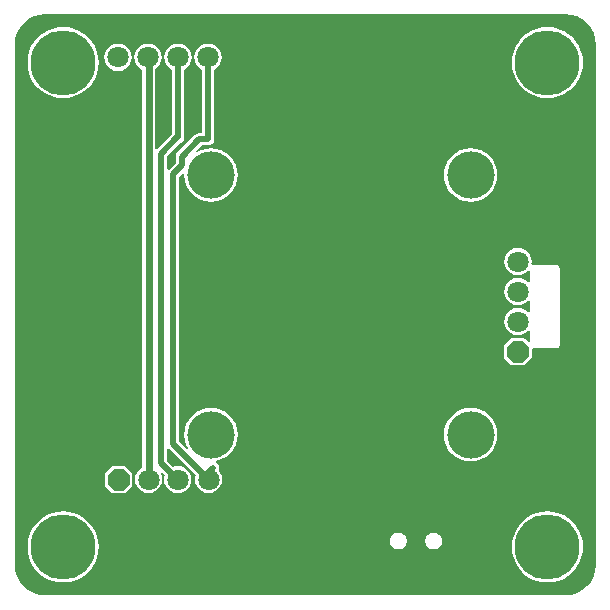
<source format=gbl>
G04 Layer_Physical_Order=2*
G04 Layer_Color=16711680*
%FSLAX44Y44*%
%MOMM*%
G71*
G01*
G75*
%ADD14C,0.5000*%
%ADD15C,0.6000*%
%ADD16C,1.8000*%
%ADD17P,1.9483X8X112.5*%
%ADD18P,1.9483X8X22.5*%
%ADD19C,5.5000*%
%ADD20C,4.0000*%
G36*
X475109Y495686D02*
X480022Y494196D01*
X484550Y491776D01*
X488518Y488519D01*
X491776Y484550D01*
X494196Y480022D01*
X495686Y475109D01*
X496165Y470248D01*
X496115Y470000D01*
X496115Y30000D01*
X496165Y29752D01*
X495686Y24891D01*
X494196Y19978D01*
X491776Y15450D01*
X488518Y11482D01*
X484550Y8225D01*
X480022Y5804D01*
X475109Y4314D01*
X471250Y3934D01*
X470000Y3885D01*
X470000Y3885D01*
X468730Y3885D01*
X31269Y3885D01*
X30000Y3885D01*
X28750Y3934D01*
X24891Y4314D01*
X19978Y5804D01*
X15450Y8225D01*
X11481Y11482D01*
X8225Y15450D01*
X5804Y19978D01*
X4314Y24891D01*
X3934Y28751D01*
X3885Y30000D01*
X3885Y30000D01*
X3885Y31252D01*
X3885Y470000D01*
X3835Y470248D01*
X4314Y475109D01*
X5804Y480022D01*
X8225Y484550D01*
X11481Y488519D01*
X15450Y491776D01*
X19978Y494196D01*
X24891Y495686D01*
X29752Y496165D01*
X30000Y496115D01*
X470000Y496115D01*
X470248Y496165D01*
X475109Y495686D01*
D02*
G37*
%LPC*%
G36*
X358605Y57178D02*
X358355Y57128D01*
X358100D01*
X356344Y56779D01*
X355411Y56392D01*
X353922Y55398D01*
X353922Y55398D01*
X353208Y54683D01*
X353208Y54683D01*
X352213Y53195D01*
X351826Y52261D01*
X351477Y50505D01*
Y49495D01*
X351826Y47739D01*
X352213Y46805D01*
X353208Y45317D01*
X353208Y45317D01*
X353922Y44602D01*
X353922Y44602D01*
X355411Y43608D01*
X356344Y43221D01*
X358100Y42872D01*
X358355D01*
X358605Y42822D01*
X358855Y42872D01*
X359110D01*
X360866Y43221D01*
X361800Y43608D01*
X363288Y44602D01*
X363288Y44602D01*
X364003Y45317D01*
X364003Y45317D01*
X364997Y46805D01*
X365384Y47739D01*
X365733Y49495D01*
Y50505D01*
X365384Y52261D01*
X364997Y53195D01*
X364003Y54683D01*
X364003Y54683D01*
X363288Y55398D01*
X363288Y55398D01*
X361800Y56392D01*
X360866Y56779D01*
X359110Y57128D01*
X358855D01*
X358605Y57178D01*
D02*
G37*
G36*
X96400Y113590D02*
X87400D01*
X86409Y113393D01*
X85569Y112831D01*
X81069Y108331D01*
X80507Y107491D01*
X80310Y106500D01*
Y97500D01*
X80507Y96509D01*
X81069Y95669D01*
X85569Y91169D01*
X86409Y90607D01*
X87400Y90410D01*
X96400D01*
X97391Y90607D01*
X98231Y91169D01*
X102731Y95669D01*
X103293Y96509D01*
X103490Y97500D01*
Y106500D01*
X103293Y107491D01*
X102731Y108331D01*
X98231Y112831D01*
X97391Y113393D01*
X96400Y113590D01*
D02*
G37*
G36*
X390000Y162649D02*
X385581Y162214D01*
X381333Y160925D01*
X377417Y158832D01*
X373985Y156015D01*
X371168Y152583D01*
X369075Y148667D01*
X367786Y144419D01*
X367351Y140000D01*
X367786Y135581D01*
X369075Y131333D01*
X371168Y127417D01*
X373985Y123985D01*
X377417Y121168D01*
X381333Y119075D01*
X385581Y117786D01*
X390000Y117351D01*
X394419Y117786D01*
X398667Y119075D01*
X402583Y121168D01*
X406015Y123985D01*
X408832Y127417D01*
X410925Y131333D01*
X412214Y135581D01*
X412649Y140000D01*
X412214Y144419D01*
X410925Y148667D01*
X408832Y152583D01*
X406015Y156015D01*
X402583Y158832D01*
X398667Y160925D01*
X394419Y162214D01*
X390000Y162649D01*
D02*
G37*
G36*
X45000Y75133D02*
X40286Y74762D01*
X35688Y73658D01*
X31320Y71849D01*
X27288Y69378D01*
X23693Y66307D01*
X20622Y62712D01*
X18151Y58680D01*
X16342Y54312D01*
X15238Y49714D01*
X14867Y45000D01*
X15238Y40286D01*
X16342Y35689D01*
X18151Y31320D01*
X20622Y27288D01*
X23693Y23693D01*
X27288Y20622D01*
X31320Y18152D01*
X35688Y16342D01*
X40286Y15238D01*
X45000Y14867D01*
X49714Y15238D01*
X54312Y16342D01*
X58680Y18152D01*
X62712Y20622D01*
X66307Y23693D01*
X69378Y27288D01*
X71849Y31320D01*
X73658Y35689D01*
X74762Y40286D01*
X75133Y45000D01*
X74762Y49714D01*
X73658Y54312D01*
X71849Y58680D01*
X69378Y62712D01*
X66307Y66307D01*
X62712Y69378D01*
X58680Y71849D01*
X54312Y73658D01*
X49714Y74762D01*
X45000Y75133D01*
D02*
G37*
G36*
X455000D02*
X450286Y74762D01*
X445689Y73658D01*
X441320Y71849D01*
X437288Y69378D01*
X433693Y66307D01*
X430622Y62712D01*
X428151Y58680D01*
X426342Y54312D01*
X425238Y49714D01*
X424867Y45000D01*
X425238Y40286D01*
X426342Y35689D01*
X428151Y31320D01*
X430622Y27288D01*
X433693Y23693D01*
X437288Y20622D01*
X441320Y18152D01*
X445689Y16342D01*
X450286Y15238D01*
X455000Y14867D01*
X459714Y15238D01*
X464312Y16342D01*
X468680Y18152D01*
X472712Y20622D01*
X476307Y23693D01*
X479378Y27288D01*
X481849Y31320D01*
X483658Y35689D01*
X484762Y40286D01*
X485133Y45000D01*
X484762Y49714D01*
X483658Y54312D01*
X481849Y58680D01*
X479378Y62712D01*
X476307Y66307D01*
X472712Y69378D01*
X468680Y71849D01*
X464312Y73658D01*
X459714Y74762D01*
X455000Y75133D01*
D02*
G37*
G36*
X328605Y57178D02*
X328355Y57128D01*
X328100D01*
X326344Y56779D01*
X325411Y56392D01*
X323922Y55398D01*
X323922Y55398D01*
X323208Y54683D01*
X323208Y54683D01*
X322213Y53195D01*
X321826Y52261D01*
X321477Y50505D01*
Y49495D01*
X321826Y47739D01*
X322213Y46805D01*
X323208Y45317D01*
X323208Y45317D01*
X323922Y44602D01*
X323922Y44602D01*
X325411Y43608D01*
X326344Y43221D01*
X328100Y42872D01*
X328355D01*
X328605Y42822D01*
X328855Y42872D01*
X329110D01*
X330866Y43221D01*
X331800Y43608D01*
X333288Y44602D01*
X333288Y44602D01*
X334003Y45317D01*
X334003Y45317D01*
X334997Y46805D01*
X335384Y47739D01*
X335733Y49495D01*
Y50505D01*
X335384Y52261D01*
X334997Y53195D01*
X334003Y54683D01*
X334003Y54683D01*
X333288Y55398D01*
X333288Y55398D01*
X331800Y56392D01*
X330866Y56779D01*
X329110Y57128D01*
X328855D01*
X328605Y57178D01*
D02*
G37*
G36*
X45000Y485133D02*
X40286Y484762D01*
X35688Y483658D01*
X31320Y481849D01*
X27288Y479378D01*
X23693Y476307D01*
X20622Y472712D01*
X18151Y468680D01*
X16342Y464312D01*
X15238Y459714D01*
X14867Y455000D01*
X15238Y450286D01*
X16342Y445689D01*
X18151Y441320D01*
X20622Y437288D01*
X23693Y433693D01*
X27288Y430622D01*
X31320Y428152D01*
X35688Y426342D01*
X40286Y425238D01*
X45000Y424867D01*
X49714Y425238D01*
X54312Y426342D01*
X58680Y428152D01*
X62712Y430622D01*
X66307Y433693D01*
X69378Y437288D01*
X71849Y441320D01*
X73658Y445689D01*
X74762Y450286D01*
X75133Y455000D01*
X74762Y459714D01*
X73658Y464312D01*
X71849Y468680D01*
X69378Y472712D01*
X66307Y476307D01*
X62712Y479378D01*
X58680Y481849D01*
X54312Y483658D01*
X49714Y484762D01*
X45000Y485133D01*
D02*
G37*
G36*
X455000D02*
X450286Y484762D01*
X445689Y483658D01*
X441320Y481849D01*
X437288Y479378D01*
X433693Y476307D01*
X430622Y472712D01*
X428151Y468680D01*
X426342Y464312D01*
X425238Y459714D01*
X424867Y455000D01*
X425238Y450286D01*
X426342Y445689D01*
X428151Y441320D01*
X430622Y437288D01*
X433693Y433693D01*
X437288Y430622D01*
X441320Y428152D01*
X445689Y426342D01*
X450286Y425238D01*
X455000Y424867D01*
X459714Y425238D01*
X464312Y426342D01*
X468680Y428152D01*
X472712Y430622D01*
X476307Y433693D01*
X479378Y437288D01*
X481849Y441320D01*
X483658Y445689D01*
X484762Y450286D01*
X485133Y455000D01*
X484762Y459714D01*
X483658Y464312D01*
X481849Y468680D01*
X479378Y472712D01*
X476307Y476307D01*
X472712Y479378D01*
X468680Y481849D01*
X464312Y483658D01*
X459714Y484762D01*
X455000Y485133D01*
D02*
G37*
G36*
X91440Y471139D02*
X88427Y470743D01*
X85620Y469580D01*
X83210Y467730D01*
X81360Y465320D01*
X80197Y462513D01*
X79800Y459500D01*
X80197Y456488D01*
X81360Y453680D01*
X83210Y451270D01*
X85620Y449420D01*
X88427Y448257D01*
X91440Y447860D01*
X94452Y448257D01*
X97260Y449420D01*
X99670Y451270D01*
X101520Y453680D01*
X102683Y456488D01*
X103080Y459500D01*
X102683Y462513D01*
X101520Y465320D01*
X99670Y467730D01*
X97260Y469580D01*
X94452Y470743D01*
X91440Y471139D01*
D02*
G37*
G36*
X430000Y298250D02*
X426987Y297853D01*
X424180Y296690D01*
X421770Y294841D01*
X419920Y292430D01*
X418757Y289623D01*
X418360Y286610D01*
X418757Y283598D01*
X419920Y280790D01*
X421770Y278380D01*
X424180Y276530D01*
X426987Y275367D01*
X430000Y274971D01*
X433013Y275367D01*
X435820Y276530D01*
X438230Y278380D01*
X438940Y279305D01*
X440210Y278874D01*
Y268947D01*
X438940Y268515D01*
X438230Y269441D01*
X435820Y271290D01*
X433013Y272453D01*
X430000Y272850D01*
X426987Y272453D01*
X424180Y271290D01*
X421770Y269441D01*
X419920Y267030D01*
X418757Y264223D01*
X418360Y261210D01*
X418757Y258198D01*
X419920Y255390D01*
X421770Y252980D01*
X424180Y251130D01*
X426987Y249967D01*
X430000Y249571D01*
X433013Y249967D01*
X435820Y251130D01*
X438230Y252980D01*
X438940Y253905D01*
X440210Y253474D01*
Y243547D01*
X438940Y243116D01*
X438230Y244041D01*
X435820Y245890D01*
X433013Y247053D01*
X430000Y247450D01*
X426987Y247053D01*
X424180Y245890D01*
X421770Y244041D01*
X419920Y241630D01*
X418757Y238823D01*
X418360Y235810D01*
X418757Y232798D01*
X419920Y229990D01*
X421770Y227580D01*
X424180Y225730D01*
X426987Y224567D01*
X430000Y224171D01*
X433013Y224567D01*
X435820Y225730D01*
X438230Y227580D01*
X438940Y228505D01*
X440210Y228074D01*
Y219022D01*
X439037Y218536D01*
X436331Y221241D01*
X435491Y221803D01*
X434500Y222000D01*
X425500D01*
X424509Y221803D01*
X423669Y221241D01*
X419169Y216741D01*
X418607Y215901D01*
X418410Y214910D01*
Y205910D01*
X418607Y204919D01*
X419169Y204079D01*
X423669Y199579D01*
X424509Y199018D01*
X425500Y198820D01*
X434500D01*
X435491Y199018D01*
X436331Y199579D01*
X440831Y204079D01*
X441393Y204919D01*
X441590Y205910D01*
Y212366D01*
X442800Y213420D01*
X462800D01*
X463791Y213617D01*
X464631Y214179D01*
X465193Y215019D01*
X465390Y216010D01*
Y281010D01*
X465193Y282001D01*
X464631Y282841D01*
X463791Y283403D01*
X462800Y283600D01*
X442800D01*
X442517Y283544D01*
X441364Y284517D01*
X441640Y286610D01*
X441243Y289623D01*
X440080Y292430D01*
X438230Y294841D01*
X435820Y296690D01*
X433013Y297853D01*
X430000Y298250D01*
D02*
G37*
G36*
X390000Y382649D02*
X385581Y382214D01*
X381333Y380925D01*
X377417Y378832D01*
X373985Y376015D01*
X371168Y372583D01*
X369075Y368667D01*
X367786Y364419D01*
X367351Y360000D01*
X367786Y355581D01*
X369075Y351333D01*
X371168Y347417D01*
X373985Y343985D01*
X377417Y341168D01*
X381333Y339075D01*
X385581Y337786D01*
X390000Y337351D01*
X394419Y337786D01*
X398667Y339075D01*
X402583Y341168D01*
X406015Y343985D01*
X408832Y347417D01*
X410925Y351333D01*
X412214Y355581D01*
X412649Y360000D01*
X412214Y364419D01*
X410925Y368667D01*
X408832Y372583D01*
X406015Y376015D01*
X402583Y378832D01*
X398667Y380925D01*
X394419Y382214D01*
X390000Y382649D01*
D02*
G37*
G36*
X167640Y471139D02*
X164627Y470743D01*
X161820Y469580D01*
X159410Y467730D01*
X157560Y465320D01*
X156397Y462513D01*
X156000Y459500D01*
X156397Y456488D01*
X157560Y453680D01*
X159410Y451270D01*
X161820Y449420D01*
X162501Y449138D01*
Y395139D01*
X160033D01*
X158066Y394748D01*
X156399Y393634D01*
X141691Y378926D01*
X140577Y377259D01*
X140186Y375292D01*
Y370154D01*
X134409Y364376D01*
X134227Y364385D01*
X133139Y364782D01*
Y375872D01*
X144427Y387160D01*
X145874Y388126D01*
X146988Y389794D01*
X147379Y391760D01*
Y449138D01*
X148060Y449420D01*
X150470Y451270D01*
X152320Y453680D01*
X153483Y456488D01*
X153879Y459500D01*
X153483Y462513D01*
X152320Y465320D01*
X150470Y467730D01*
X148060Y469580D01*
X145253Y470743D01*
X142240Y471139D01*
X139228Y470743D01*
X136420Y469580D01*
X134010Y467730D01*
X132160Y465320D01*
X130997Y462513D01*
X130600Y459500D01*
X130997Y456488D01*
X132160Y453680D01*
X134010Y451270D01*
X136420Y449420D01*
X137101Y449138D01*
Y394369D01*
X124366Y381634D01*
X124219Y381412D01*
X122949Y381798D01*
Y449641D01*
X125070Y451270D01*
X126920Y453680D01*
X128083Y456488D01*
X128479Y459500D01*
X128083Y462513D01*
X126920Y465320D01*
X125070Y467730D01*
X122660Y469580D01*
X119853Y470743D01*
X116840Y471139D01*
X113827Y470743D01*
X111020Y469580D01*
X108610Y467730D01*
X106760Y465320D01*
X105597Y462513D01*
X105200Y459500D01*
X105597Y456488D01*
X106760Y453680D01*
X108610Y451270D01*
X111020Y449420D01*
X111651Y449158D01*
Y112151D01*
X111480Y112080D01*
X109070Y110230D01*
X107220Y107820D01*
X106057Y105013D01*
X105660Y102000D01*
X106057Y98988D01*
X107220Y96180D01*
X109070Y93770D01*
X111480Y91920D01*
X114288Y90757D01*
X117300Y90360D01*
X120313Y90757D01*
X123120Y91920D01*
X125530Y93770D01*
X127380Y96180D01*
X128543Y98988D01*
X128940Y102000D01*
X128543Y105013D01*
X127566Y107370D01*
X128643Y108090D01*
X131039Y105694D01*
X130757Y105013D01*
X130360Y102000D01*
X130757Y98988D01*
X131920Y96180D01*
X133770Y93770D01*
X136180Y91920D01*
X138988Y90757D01*
X142000Y90360D01*
X145013Y90757D01*
X147820Y91920D01*
X150230Y93770D01*
X152080Y96180D01*
X153243Y98988D01*
X153640Y102000D01*
X153243Y105013D01*
X152080Y107820D01*
X150230Y110230D01*
X147820Y112080D01*
X145013Y113243D01*
X142000Y113639D01*
X138988Y113243D01*
X138306Y112961D01*
X133139Y118128D01*
Y128018D01*
X134227Y128415D01*
X134409Y128424D01*
X157139Y105694D01*
X156857Y105013D01*
X156461Y102000D01*
X156857Y98988D01*
X158020Y96180D01*
X159870Y93770D01*
X162280Y91920D01*
X165088Y90757D01*
X168100Y90360D01*
X171113Y90757D01*
X173920Y91920D01*
X176330Y93770D01*
X178180Y96180D01*
X179343Y98988D01*
X179740Y102000D01*
X179343Y105013D01*
X178180Y107820D01*
X176624Y109848D01*
X176748Y110034D01*
X177139Y112000D01*
X176748Y113967D01*
X175634Y115634D01*
X174335Y116502D01*
X174391Y117364D01*
X174554Y117827D01*
X178667Y119075D01*
X182583Y121168D01*
X186015Y123985D01*
X188832Y127417D01*
X190925Y131333D01*
X192214Y135581D01*
X192649Y140000D01*
X192214Y144419D01*
X190925Y148667D01*
X188832Y152583D01*
X186015Y156015D01*
X182583Y158832D01*
X178667Y160925D01*
X174419Y162214D01*
X170000Y162649D01*
X165581Y162214D01*
X161333Y160925D01*
X157417Y158832D01*
X153985Y156015D01*
X151168Y152583D01*
X149075Y148667D01*
X147786Y144419D01*
X147351Y140000D01*
X147786Y135581D01*
X149075Y131333D01*
X150504Y128660D01*
X149473Y127895D01*
X143139Y134228D01*
Y358572D01*
X146322Y361755D01*
X147470Y361212D01*
X147351Y360000D01*
X147786Y355581D01*
X149075Y351333D01*
X151168Y347417D01*
X153985Y343985D01*
X157417Y341168D01*
X161333Y339075D01*
X165581Y337786D01*
X170000Y337351D01*
X174419Y337786D01*
X178667Y339075D01*
X182583Y341168D01*
X186015Y343985D01*
X188832Y347417D01*
X190925Y351333D01*
X192214Y355581D01*
X192649Y360000D01*
X192214Y364419D01*
X190925Y368667D01*
X188832Y372583D01*
X186015Y376015D01*
X182583Y378832D01*
X178667Y380925D01*
X174419Y382214D01*
X170000Y382649D01*
X165581Y382214D01*
X161333Y380925D01*
X158515Y379419D01*
X157750Y380450D01*
X162161Y384861D01*
X167640D01*
X169606Y385252D01*
X171274Y386366D01*
X172388Y388033D01*
X172779Y390000D01*
Y449138D01*
X173460Y449420D01*
X175870Y451270D01*
X177720Y453680D01*
X178883Y456488D01*
X179280Y459500D01*
X178883Y462513D01*
X177720Y465320D01*
X175870Y467730D01*
X173460Y469580D01*
X170653Y470743D01*
X167640Y471139D01*
D02*
G37*
%LPD*%
D14*
X138000Y132100D02*
X168100Y102000D01*
X167640Y390000D02*
Y459500D01*
X141760Y391760D02*
X142240D01*
X128000Y378000D02*
X141760Y391760D01*
X128000Y116000D02*
Y378000D01*
Y116000D02*
X142000Y102000D01*
X168100Y108100D02*
X172000Y112000D01*
X168100Y102000D02*
Y108100D01*
X142240Y459040D02*
Y459500D01*
Y391760D02*
Y459040D01*
X142000Y102000D02*
Y106000D01*
X160033Y390000D02*
X167640D01*
X138000Y132100D02*
Y360700D01*
X145325Y368025D02*
Y375292D01*
X138000Y360700D02*
X145325Y368025D01*
Y375292D02*
X160033Y390000D01*
D15*
X142240Y459040D02*
X142700Y459500D01*
X142000Y458800D02*
X142240Y459040D01*
X117300Y102000D02*
Y459500D01*
D16*
X91440D02*
D03*
X167640D02*
D03*
X142240D02*
D03*
X116840D02*
D03*
X430000Y286610D02*
D03*
Y261210D02*
D03*
Y235810D02*
D03*
X168100Y102000D02*
D03*
X142000D02*
D03*
X117300D02*
D03*
D17*
X430000Y210410D02*
D03*
D18*
X91900Y102000D02*
D03*
D19*
X455000Y45000D02*
D03*
X45000D02*
D03*
X455000Y455000D02*
D03*
X45000D02*
D03*
D20*
X170000Y360000D02*
D03*
X390000D02*
D03*
Y140000D02*
D03*
X170000D02*
D03*
M02*

</source>
